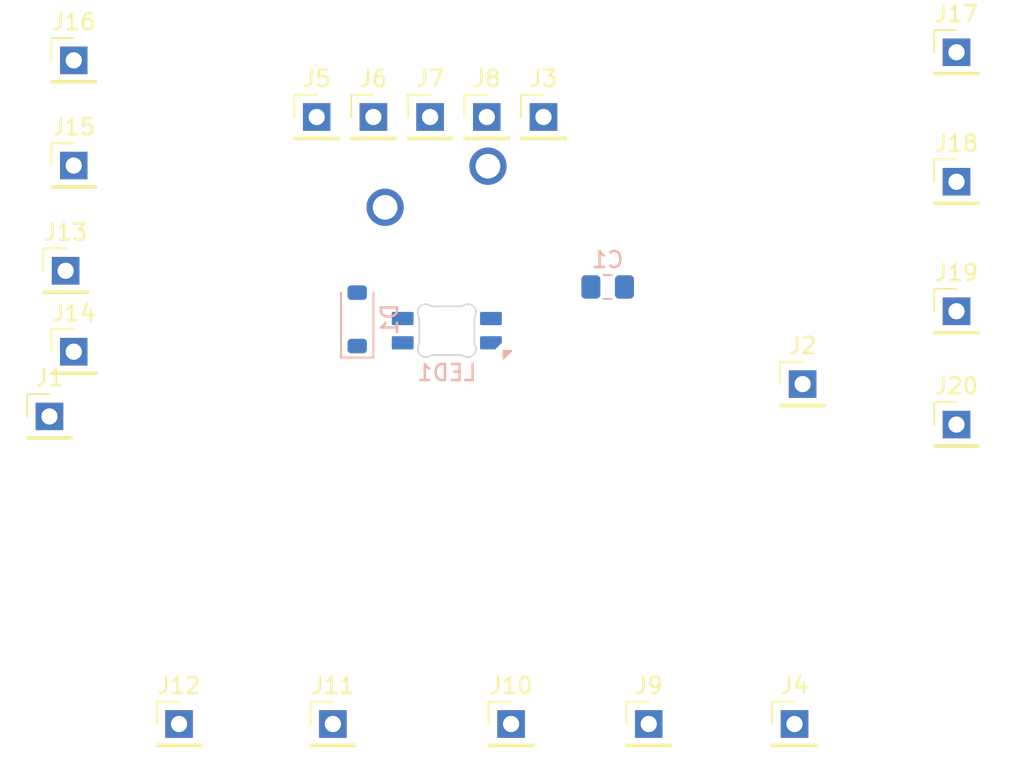
<source format=kicad_pcb>
(kicad_pcb (version 20241229) (generator "pcbnew") (generator_version "9.0")
  (layers (0 "F.Cu" signal) (2 "B.Cu" signal) (13 "F.Paste" user) (15 "B.Paste" user) (5 "F.SilkS" user "F.Silkscreen") (7 "B.SilkS" user "B.Silkscreen") (1 "F.Mask" user) (3 "B.Mask" user) (25 "Edge.Cuts" user))
  (net 0 "")
  (net 1 "GND")
  (net 2 "Net-(J12-Pin_1)")
  (net 3 "Net-(D1-K)")
  (net 4 "Net-(D1-A)")
  (net 5 "Net-(J3-Pin_1)")
  (net 6 "Net-(J10-Pin_1)")
  (net 7 "Net-(J11-Pin_1)")
  (footprint "Connector_PinHeader_2.54mm:PinHeader_1x01_P2.54mm_Vertical" (layer "F.Cu") (at 133.5 88.5)
    (property "Reference" "J6" (at 0 -2.38 0) (layer "F.SilkS"))
    (property "Value" "DIN top")
    (fp_line (start -1.38 -1.38) (end 0 -1.38) (stroke (width 0.12)) (layer "F.SilkS"))
    (fp_line (start -1.38 0) (end -1.38 -1.38) (stroke (width 0.12)) (layer "F.SilkS"))
    (fp_line (start -1.38 1.27) (end -1.38 1.38) (stroke (width 0.12)) (layer "F.SilkS"))
    (fp_line (start -1.38 1.27) (end 1.38 1.27) (stroke (width 0.12)) (layer "F.SilkS"))
    (fp_line (start -1.38 1.38) (end 1.38 1.38) (stroke (width 0.12)) (layer "F.SilkS"))
    (fp_line (start 1.38 1.27) (end 1.38 1.38) (stroke (width 0.12)) (layer "F.SilkS"))
    (pad "1" thru_hole rect (at 0 0) (size 1.7 1.7) (drill 1) (layers "*.Cu" "*.Mask") (net 6 "Net-(J10-Pin_1)"))
  )
  (footprint "Connector_PinHeader_2.54mm:PinHeader_1x01_P2.54mm_Vertical" (layer "F.Cu") (at 144 88.5)
    (property "Reference" "J3" (at 0 -2.38 0) (layer "F.SilkS"))
    (property "Value" "col top")
    (fp_line (start -1.38 -1.38) (end 0 -1.38) (stroke (width 0.12)) (layer "F.SilkS"))
    (fp_line (start -1.38 0) (end -1.38 -1.38) (stroke (width 0.12)) (layer "F.SilkS"))
    (fp_line (start -1.38 1.27) (end -1.38 1.38) (stroke (width 0.12)) (layer "F.SilkS"))
    (fp_line (start -1.38 1.27) (end 1.38 1.27) (stroke (width 0.12)) (layer "F.SilkS"))
    (fp_line (start -1.38 1.38) (end 1.38 1.38) (stroke (width 0.12)) (layer "F.SilkS"))
    (fp_line (start 1.38 1.27) (end 1.38 1.38) (stroke (width 0.12)) (layer "F.SilkS"))
    (pad "1" thru_hole rect (at 0 0) (size 1.7 1.7) (drill 1) (layers "*.Cu" "*.Mask") (net 5 "Net-(J3-Pin_1)"))
  )
  (footprint "Connector_PinHeader_2.54mm:PinHeader_1x01_P2.54mm_Vertical" (layer "F.Cu") (at 137 88.5)
    (property "Reference" "J7" (at 0 -2.38 0) (layer "F.SilkS"))
    (property "Value" "DOUT top")
    (fp_line (start -1.38 -1.38) (end 0 -1.38) (stroke (width 0.12)) (layer "F.SilkS"))
    (fp_line (start -1.38 0) (end -1.38 -1.38) (stroke (width 0.12)) (layer "F.SilkS"))
    (fp_line (start -1.38 1.27) (end -1.38 1.38) (stroke (width 0.12)) (layer "F.SilkS"))
    (fp_line (start -1.38 1.27) (end 1.38 1.27) (stroke (width 0.12)) (layer "F.SilkS"))
    (fp_line (start -1.38 1.38) (end 1.38 1.38) (stroke (width 0.12)) (layer "F.SilkS"))
    (fp_line (start 1.38 1.27) (end 1.38 1.38) (stroke (width 0.12)) (layer "F.SilkS"))
    (pad "1" thru_hole rect (at 0 0) (size 1.7 1.7) (drill 1) (layers "*.Cu" "*.Mask") (net 7 "Net-(J11-Pin_1)"))
  )
  (footprint "Connector_PinHeader_2.54mm:PinHeader_1x01_P2.54mm_Vertical" (layer "F.Cu") (at 169.5 100.5)
    (property "Reference" "J19" (at 0 -2.38 0) (layer "F.SilkS"))
    (property "Value" "DIN right")
    (fp_line (start -1.38 -1.38) (end 0 -1.38) (stroke (width 0.12)) (layer "F.SilkS"))
    (fp_line (start -1.38 0) (end -1.38 -1.38) (stroke (width 0.12)) (layer "F.SilkS"))
    (fp_line (start -1.38 1.27) (end -1.38 1.38) (stroke (width 0.12)) (layer "F.SilkS"))
    (fp_line (start -1.38 1.27) (end 1.38 1.27) (stroke (width 0.12)) (layer "F.SilkS"))
    (fp_line (start -1.38 1.38) (end 1.38 1.38) (stroke (width 0.12)) (layer "F.SilkS"))
    (fp_line (start 1.38 1.27) (end 1.38 1.38) (stroke (width 0.12)) (layer "F.SilkS"))
    (pad "1" thru_hole rect (at 0 0) (size 1.7 1.7) (drill 1) (layers "*.Cu" "*.Mask") (net 6 "Net-(J10-Pin_1)"))
  )
  (footprint "Connector_PinHeader_2.54mm:PinHeader_1x01_P2.54mm_Vertical" (layer "F.Cu") (at 169.5 92.5)
    (property "Reference" "J18" (at 0 -2.38 0) (layer "F.SilkS"))
    (property "Value" "DOUT right")
    (fp_line (start -1.38 -1.38) (end 0 -1.38) (stroke (width 0.12)) (layer "F.SilkS"))
    (fp_line (start -1.38 0) (end -1.38 -1.38) (stroke (width 0.12)) (layer "F.SilkS"))
    (fp_line (start -1.38 1.27) (end -1.38 1.38) (stroke (width 0.12)) (layer "F.SilkS"))
    (fp_line (start -1.38 1.27) (end 1.38 1.27) (stroke (width 0.12)) (layer "F.SilkS"))
    (fp_line (start -1.38 1.38) (end 1.38 1.38) (stroke (width 0.12)) (layer "F.SilkS"))
    (fp_line (start 1.38 1.27) (end 1.38 1.38) (stroke (width 0.12)) (layer "F.SilkS"))
    (pad "1" thru_hole rect (at 0 0) (size 1.7 1.7) (drill 1) (layers "*.Cu" "*.Mask") (net 7 "Net-(J11-Pin_1)"))
  )
  (footprint "Connector_PinHeader_2.54mm:PinHeader_1x01_P2.54mm_Vertical" (layer "F.Cu") (at 159.5 126)
    (property "Reference" "J4" (at 0 -2.38 0) (layer "F.SilkS"))
    (property "Value" "col bottom")
    (fp_line (start -1.38 -1.38) (end 0 -1.38) (stroke (width 0.12)) (layer "F.SilkS"))
    (fp_line (start -1.38 0) (end -1.38 -1.38) (stroke (width 0.12)) (layer "F.SilkS"))
    (fp_line (start -1.38 1.27) (end -1.38 1.38) (stroke (width 0.12)) (layer "F.SilkS"))
    (fp_line (start -1.38 1.27) (end 1.38 1.27) (stroke (width 0.12)) (layer "F.SilkS"))
    (fp_line (start -1.38 1.38) (end 1.38 1.38) (stroke (width 0.12)) (layer "F.SilkS"))
    (fp_line (start 1.38 1.27) (end 1.38 1.38) (stroke (width 0.12)) (layer "F.SilkS"))
    (pad "1" thru_hole rect (at 0 0) (size 1.7 1.7) (drill 1) (layers "*.Cu" "*.Mask") (net 5 "Net-(J3-Pin_1)"))
  )
  (footprint "Connector_PinHeader_2.54mm:PinHeader_1x01_P2.54mm_Vertical" (layer "F.Cu") (at 131 126)
    (property "Reference" "J11" (at 0 -2.38 0) (layer "F.SilkS"))
    (property "Value" "DOUT bottom")
    (fp_line (start -1.38 -1.38) (end 0 -1.38) (stroke (width 0.12)) (layer "F.SilkS"))
    (fp_line (start -1.38 0) (end -1.38 -1.38) (stroke (width 0.12)) (layer "F.SilkS"))
    (fp_line (start -1.38 1.27) (end -1.38 1.38) (stroke (width 0.12)) (layer "F.SilkS"))
    (fp_line (start -1.38 1.27) (end 1.38 1.27) (stroke (width 0.12)) (layer "F.SilkS"))
    (fp_line (start -1.38 1.38) (end 1.38 1.38) (stroke (width 0.12)) (layer "F.SilkS"))
    (fp_line (start 1.38 1.27) (end 1.38 1.38) (stroke (width 0.12)) (layer "F.SilkS"))
    (pad "1" thru_hole rect (at 0 0) (size 1.7 1.7) (drill 1) (layers "*.Cu" "*.Mask") (net 7 "Net-(J11-Pin_1)"))
  )
  (footprint "Connector_PinHeader_2.54mm:PinHeader_1x01_P2.54mm_Vertical" (layer "F.Cu") (at 130 88.5)
    (property "Reference" "J5" (at 0 -2.38 0) (layer "F.SilkS"))
    (property "Value" "VDD top")
    (fp_line (start -1.38 -1.38) (end 0 -1.38) (stroke (width 0.12)) (layer "F.SilkS"))
    (fp_line (start -1.38 0) (end -1.38 -1.38) (stroke (width 0.12)) (layer "F.SilkS"))
    (fp_line (start -1.38 1.27) (end -1.38 1.38) (stroke (width 0.12)) (layer "F.SilkS"))
    (fp_line (start -1.38 1.27) (end 1.38 1.27) (stroke (width 0.12)) (layer "F.SilkS"))
    (fp_line (start -1.38 1.38) (end 1.38 1.38) (stroke (width 0.12)) (layer "F.SilkS"))
    (fp_line (start 1.38 1.27) (end 1.38 1.38) (stroke (width 0.12)) (layer "F.SilkS"))
    (pad "1" thru_hole rect (at 0 0) (size 1.7 1.7) (drill 1) (layers "*.Cu" "*.Mask") (net 2 "Net-(J12-Pin_1)"))
  )
  (footprint "Connector_PinHeader_2.54mm:PinHeader_1x01_P2.54mm_Vertical" (layer "F.Cu") (at 140.5 88.5)
    (property "Reference" "J8" (at 0 -2.38 0) (layer "F.SilkS"))
    (property "Value" "VSS top")
    (fp_line (start -1.38 -1.38) (end 0 -1.38) (stroke (width 0.12)) (layer "F.SilkS"))
    (fp_line (start -1.38 0) (end -1.38 -1.38) (stroke (width 0.12)) (layer "F.SilkS"))
    (fp_line (start -1.38 1.27) (end -1.38 1.38) (stroke (width 0.12)) (layer "F.SilkS"))
    (fp_line (start -1.38 1.27) (end 1.38 1.27) (stroke (width 0.12)) (layer "F.SilkS"))
    (fp_line (start -1.38 1.38) (end 1.38 1.38) (stroke (width 0.12)) (layer "F.SilkS"))
    (fp_line (start 1.38 1.27) (end 1.38 1.38) (stroke (width 0.12)) (layer "F.SilkS"))
    (pad "1" thru_hole rect (at 0 0) (size 1.7 1.7) (drill 1) (layers "*.Cu" "*.Mask") (net 1 "GND"))
  )
  (footprint "PCM_marbastlib-mx:SW_MX_1u" (layer "F.Cu") (at 138.0325 96.62)
    (property "Reference" "MX1" (hide yes))
    (property "Value" "MX_SW_solder" (hide yes))
    (pad "" np_thru_hole circle (at -5.08 0) (size 1.75 1.75) (drill 1.75) (layers "*.Cu" "*.Mask"))
    (pad "" np_thru_hole circle (at 0 0) (size 3.9878 3.9878) (drill 3.9878) (layers "*.Cu" "*.Mask"))
    (pad "" np_thru_hole circle (at 5.08 0) (size 1.75 1.75) (drill 1.75) (layers "*.Cu" "*.Mask"))
    (pad "1" thru_hole circle (at -3.81 -2.54) (size 2.3 2.3) (drill 1.524) (layers "*.Cu" "B.Mask") (net 4 "Net-(D1-A)"))
    (pad "2" thru_hole circle (at 2.54 -5.08) (size 2.3 2.3) (drill 1.524) (layers "*.Cu" "B.Mask") (net 5 "Net-(J3-Pin_1)"))
  )
  (footprint "Connector_PinHeader_2.54mm:PinHeader_1x01_P2.54mm_Vertical" (layer "F.Cu") (at 113.5 107)
    (property "Reference" "J1" (at 0 -2.38 0) (layer "F.SilkS"))
    (property "Value" "row left")
    (fp_line (start -1.38 -1.38) (end 0 -1.38) (stroke (width 0.12)) (layer "F.SilkS"))
    (fp_line (start -1.38 0) (end -1.38 -1.38) (stroke (width 0.12)) (layer "F.SilkS"))
    (fp_line (start -1.38 1.27) (end -1.38 1.38) (stroke (width 0.12)) (layer "F.SilkS"))
    (fp_line (start -1.38 1.27) (end 1.38 1.27) (stroke (width 0.12)) (layer "F.SilkS"))
    (fp_line (start -1.38 1.38) (end 1.38 1.38) (stroke (width 0.12)) (layer "F.SilkS"))
    (fp_line (start 1.38 1.27) (end 1.38 1.38) (stroke (width 0.12)) (layer "F.SilkS"))
    (pad "1" thru_hole rect (at 0 0) (size 1.7 1.7) (drill 1) (layers "*.Cu" "*.Mask") (net 3 "Net-(D1-K)"))
  )
  (footprint "Connector_PinHeader_2.54mm:PinHeader_1x01_P2.54mm_Vertical" (layer "F.Cu") (at 115 85)
    (property "Reference" "J16" (at 0 -2.38 0) (layer "F.SilkS"))
    (property "Value" "VDD left")
    (fp_line (start -1.38 -1.38) (end 0 -1.38) (stroke (width 0.12)) (layer "F.SilkS"))
    (fp_line (start -1.38 0) (end -1.38 -1.38) (stroke (width 0.12)) (layer "F.SilkS"))
    (fp_line (start -1.38 1.27) (end -1.38 1.38) (stroke (width 0.12)) (layer "F.SilkS"))
    (fp_line (start -1.38 1.27) (end 1.38 1.27) (stroke (width 0.12)) (layer "F.SilkS"))
    (fp_line (start -1.38 1.38) (end 1.38 1.38) (stroke (width 0.12)) (layer "F.SilkS"))
    (fp_line (start 1.38 1.27) (end 1.38 1.38) (stroke (width 0.12)) (layer "F.SilkS"))
    (pad "1" thru_hole rect (at 0 0) (size 1.7 1.7) (drill 1) (layers "*.Cu" "*.Mask") (net 2 "Net-(J12-Pin_1)"))
  )
  (footprint "Connector_PinHeader_2.54mm:PinHeader_1x01_P2.54mm_Vertical" (layer "F.Cu") (at 121.5 126)
    (property "Reference" "J12" (at 0 -2.38 0) (layer "F.SilkS"))
    (property "Value" "VDD bottom")
    (fp_line (start -1.38 -1.38) (end 0 -1.38) (stroke (width 0.12)) (layer "F.SilkS"))
    (fp_line (start -1.38 0) (end -1.38 -1.38) (stroke (width 0.12)) (layer "F.SilkS"))
    (fp_line (start -1.38 1.27) (end -1.38 1.38) (stroke (width 0.12)) (layer "F.SilkS"))
    (fp_line (start -1.38 1.27) (end 1.38 1.27) (stroke (width 0.12)) (layer "F.SilkS"))
    (fp_line (start -1.38 1.38) (end 1.38 1.38) (stroke (width 0.12)) (layer "F.SilkS"))
    (fp_line (start 1.38 1.27) (end 1.38 1.38) (stroke (width 0.12)) (layer "F.SilkS"))
    (pad "1" thru_hole rect (at 0 0) (size 1.7 1.7) (drill 1) (layers "*.Cu" "*.Mask") (net 2 "Net-(J12-Pin_1)"))
  )
  (footprint "Connector_PinHeader_2.54mm:PinHeader_1x01_P2.54mm_Vertical" (layer "F.Cu") (at 115 91.5)
    (property "Reference" "J15" (at 0 -2.38 0) (layer "F.SilkS"))
    (property "Value" "DIN left")
    (fp_line (start -1.38 -1.38) (end 0 -1.38) (stroke (width 0.12)) (layer "F.SilkS"))
    (fp_line (start -1.38 0) (end -1.38 -1.38) (stroke (width 0.12)) (layer "F.SilkS"))
    (fp_line (start -1.38 1.27) (end -1.38 1.38) (stroke (width 0.12)) (layer "F.SilkS"))
    (fp_line (start -1.38 1.27) (end 1.38 1.27) (stroke (width 0.12)) (layer "F.SilkS"))
    (fp_line (start -1.38 1.38) (end 1.38 1.38) (stroke (width 0.12)) (layer "F.SilkS"))
    (fp_line (start 1.38 1.27) (end 1.38 1.38) (stroke (width 0.12)) (layer "F.SilkS"))
    (pad "1" thru_hole rect (at 0 0) (size 1.7 1.7) (drill 1) (layers "*.Cu" "*.Mask") (net 6 "Net-(J10-Pin_1)"))
  )
  (footprint "Connector_PinHeader_2.54mm:PinHeader_1x01_P2.54mm_Vertical" (layer "F.Cu") (at 142 126)
    (property "Reference" "J10" (at 0 -2.38 0) (layer "F.SilkS"))
    (property "Value" "DIN bottom")
    (fp_line (start -1.38 -1.38) (end 0 -1.38) (stroke (width 0.12)) (layer "F.SilkS"))
    (fp_line (start -1.38 0) (end -1.38 -1.38) (stroke (width 0.12)) (layer "F.SilkS"))
    (fp_line (start -1.38 1.27) (end -1.38 1.38) (stroke (width 0.12)) (layer "F.SilkS"))
    (fp_line (start -1.38 1.27) (end 1.38 1.27) (stroke (width 0.12)) (layer "F.SilkS"))
    (fp_line (start -1.38 1.38) (end 1.38 1.38) (stroke (width 0.12)) (layer "F.SilkS"))
    (fp_line (start 1.38 1.27) (end 1.38 1.38) (stroke (width 0.12)) (layer "F.SilkS"))
    (pad "1" thru_hole rect (at 0 0) (size 1.7 1.7) (drill 1) (layers "*.Cu" "*.Mask") (net 6 "Net-(J10-Pin_1)"))
  )
  (footprint "Connector_PinHeader_2.54mm:PinHeader_1x01_P2.54mm_Vertical" (layer "F.Cu") (at 160 105)
    (property "Reference" "J2" (at 0 -2.38 0) (layer "F.SilkS"))
    (property "Value" "row right")
    (fp_line (start -1.38 -1.38) (end 0 -1.38) (stroke (width 0.12)) (layer "F.SilkS"))
    (fp_line (start -1.38 0) (end -1.38 -1.38) (stroke (width 0.12)) (layer "F.SilkS"))
    (fp_line (start -1.38 1.27) (end -1.38 1.38) (stroke (width 0.12)) (layer "F.SilkS"))
    (fp_line (start -1.38 1.27) (end 1.38 1.27) (stroke (width 0.12)) (layer "F.SilkS"))
    (fp_line (start -1.38 1.38) (end 1.38 1.38) (stroke (width 0.12)) (layer "F.SilkS"))
    (fp_line (start 1.38 1.27) (end 1.38 1.38) (stroke (width 0.12)) (layer "F.SilkS"))
    (pad "1" thru_hole rect (at 0 0) (size 1.7 1.7) (drill 1) (layers "*.Cu" "*.Mask") (net 3 "Net-(D1-K)"))
  )
  (footprint "Connector_PinHeader_2.54mm:PinHeader_1x01_P2.54mm_Vertical" (layer "F.Cu") (at 115 103)
    (property "Reference" "J14" (at 0 -2.38 0) (layer "F.SilkS"))
    (property "Value" "DOUT left")
    (fp_line (start -1.38 -1.38) (end 0 -1.38) (stroke (width 0.12)) (layer "F.SilkS"))
    (fp_line (start -1.38 0) (end -1.38 -1.38) (stroke (width 0.12)) (layer "F.SilkS"))
    (fp_line (start -1.38 1.27) (end -1.38 1.38) (stroke (width 0.12)) (layer "F.SilkS"))
    (fp_line (start -1.38 1.27) (end 1.38 1.27) (stroke (width 0.12)) (layer "F.SilkS"))
    (fp_line (start -1.38 1.38) (end 1.38 1.38) (stroke (width 0.12)) (layer "F.SilkS"))
    (fp_line (start 1.38 1.27) (end 1.38 1.38) (stroke (width 0.12)) (layer "F.SilkS"))
    (pad "1" thru_hole rect (at 0 0) (size 1.7 1.7) (drill 1) (layers "*.Cu" "*.Mask") (net 7 "Net-(J11-Pin_1)"))
  )
  (footprint "Connector_PinHeader_2.54mm:PinHeader_1x01_P2.54mm_Vertical" (layer "F.Cu") (at 169.5 84.5)
    (property "Reference" "J17" (at 0 -2.38 0) (layer "F.SilkS"))
    (property "Value" "VDD right")
    (fp_line (start -1.38 -1.38) (end 0 -1.38) (stroke (width 0.12)) (layer "F.SilkS"))
    (fp_line (start -1.38 0) (end -1.38 -1.38) (stroke (width 0.12)) (layer "F.SilkS"))
    (fp_line (start -1.38 1.27) (end -1.38 1.38) (stroke (width 0.12)) (layer "F.SilkS"))
    (fp_line (start -1.38 1.27) (end 1.38 1.27) (stroke (width 0.12)) (layer "F.SilkS"))
    (fp_line (start -1.38 1.38) (end 1.38 1.38) (stroke (width 0.12)) (layer "F.SilkS"))
    (fp_line (start 1.38 1.27) (end 1.38 1.38) (stroke (width 0.12)) (layer "F.SilkS"))
    (pad "1" thru_hole rect (at 0 0) (size 1.7 1.7) (drill 1) (layers "*.Cu" "*.Mask") (net 2 "Net-(J12-Pin_1)"))
  )
  (footprint "Connector_PinHeader_2.54mm:PinHeader_1x01_P2.54mm_Vertical" (layer "F.Cu") (at 150.5 126)
    (property "Reference" "J9" (at 0 -2.38 0) (layer "F.SilkS"))
    (property "Value" "VSS bottom")
    (fp_line (start -1.38 -1.38) (end 0 -1.38) (stroke (width 0.12)) (layer "F.SilkS"))
    (fp_line (start -1.38 0) (end -1.38 -1.38) (stroke (width 0.12)) (layer "F.SilkS"))
    (fp_line (start -1.38 1.27) (end -1.38 1.38) (stroke (width 0.12)) (layer "F.SilkS"))
    (fp_line (start -1.38 1.27) (end 1.38 1.27) (stroke (width 0.12)) (layer "F.SilkS"))
    (fp_line (start -1.38 1.38) (end 1.38 1.38) (stroke (width 0.12)) (layer "F.SilkS"))
    (fp_line (start 1.38 1.27) (end 1.38 1.38) (stroke (width 0.12)) (layer "F.SilkS"))
    (pad "1" thru_hole rect (at 0 0) (size 1.7 1.7) (drill 1) (layers "*.Cu" "*.Mask") (net 1 "GND"))
  )
  (footprint "Connector_PinHeader_2.54mm:PinHeader_1x01_P2.54mm_Vertical" (layer "F.Cu") (at 114.5 98)
    (property "Reference" "J13" (at 0 -2.38 0) (layer "F.SilkS"))
    (property "Value" "VSS left")
    (fp_line (start -1.38 -1.38) (end 0 -1.38) (stroke (width 0.12)) (layer "F.SilkS"))
    (fp_line (start -1.38 0) (end -1.38 -1.38) (stroke (width 0.12)) (layer "F.SilkS"))
    (fp_line (start -1.38 1.27) (end -1.38 1.38) (stroke (width 0.12)) (layer "F.SilkS"))
    (fp_line (start -1.38 1.27) (end 1.38 1.27) (stroke (width 0.12)) (layer "F.SilkS"))
    (fp_line (start -1.38 1.38) (end 1.38 1.38) (stroke (width 0.12)) (layer "F.SilkS"))
    (fp_line (start 1.38 1.27) (end 1.38 1.38) (stroke (width 0.12)) (layer "F.SilkS"))
    (pad "1" thru_hole rect (at 0 0) (size 1.7 1.7) (drill 1) (layers "*.Cu" "*.Mask") (net 1 "GND"))
  )
  (footprint "Connector_PinHeader_2.54mm:PinHeader_1x01_P2.54mm_Vertical" (layer "F.Cu") (at 169.5 107.5)
    (property "Reference" "J20" (at 0 -2.38 0) (layer "F.SilkS"))
    (property "Value" "VSS right")
    (fp_line (start -1.38 -1.38) (end 0 -1.38) (stroke (width 0.12)) (layer "F.SilkS"))
    (fp_line (start -1.38 0) (end -1.38 -1.38) (stroke (width 0.12)) (layer "F.SilkS"))
    (fp_line (start -1.38 1.27) (end -1.38 1.38) (stroke (width 0.12)) (layer "F.SilkS"))
    (fp_line (start -1.38 1.27) (end 1.38 1.27) (stroke (width 0.12)) (layer "F.SilkS"))
    (fp_line (start -1.38 1.38) (end 1.38 1.38) (stroke (width 0.12)) (layer "F.SilkS"))
    (fp_line (start 1.38 1.27) (end 1.38 1.38) (stroke (width 0.12)) (layer "F.SilkS"))
    (pad "1" thru_hole rect (at 0 0) (size 1.7 1.7) (drill 1) (layers "*.Cu" "*.Mask") (net 1 "GND"))
  )
  (footprint "PCM_marbastlib-mx:LED_MX_6028R" (layer "B.Cu") (at 138.0325 101.7 180)
    (property "Reference" "LED1" (at 0 -2.6 0) (layer "B.SilkS") (effects (justify mirror)))
    (property "Value" "MX_SK6812MINI-E" (hide yes))
    (fp_poly (pts (xy -3.5 -1.25) (xy -3.5 -1.73) (xy -3.98 -1.25) (xy -3.5 -1.25)) (stroke (width 0.12)) (fill yes) (layer "B.SilkS"))
    (fp_line (start 1.699999 -0.702841) (end 1.699999 0.702843) (stroke (width 0.1)) (layer "Edge.Cuts"))
    (fp_line (start 0.794452 1.5) (end -0.794453 1.5) (stroke (width 0.1)) (layer "Edge.Cuts"))
    (fp_line (start -0.794452 -1.499999) (end 0.794452 -1.499999) (stroke (width 0.1)) (layer "Edge.Cuts"))
    (fp_line (start -1.699999 0.702843) (end -1.699999 -0.702841) (stroke (width 0.1)) (layer "Edge.Cuts"))
    (fp_arc (start 1.749484 0.919721) (mid 1.712526 0.814069) (end 1.699999 0.702843) (stroke (width 0.1)) (layer "Edge.Cuts"))
    (fp_arc (start 1.749484 0.919721) (mid 1.638072 1.504036) (end 1.046711 1.5683) (stroke (width 0.1)) (layer "Edge.Cuts"))
    (fp_arc (start 1.699999 -0.702842) (mid 1.712536 -0.814064) (end 1.749484 -0.919719) (stroke (width 0.1)) (layer "Edge.Cuts"))
    (fp_arc (start 1.046711 -1.568296) (mid 1.63807 -1.504033) (end 1.749484 -0.919719) (stroke (width 0.1)) (layer "Edge.Cuts"))
    (fp_arc (start 1.04671 -1.568298) (mid 0.925122 -1.517376) (end 0.794452 -1.499999) (stroke (width 0.1)) (layer "Edge.Cuts"))
    (fp_arc (start 0.794453 1.500001) (mid 0.925123 1.517378) (end 1.046711 1.5683) (stroke (width 0.1)) (layer "Edge.Cuts"))
    (fp_arc (start -0.794452 -1.499999) (mid -0.925123 -1.517376) (end -1.046711 -1.568298) (stroke (width 0.1)) (layer "Edge.Cuts"))
    (fp_arc (start -1.046711 1.568299) (mid -0.925123 1.517377) (end -0.794453 1.5) (stroke (width 0.1)) (layer "Edge.Cuts"))
    (fp_arc (start -1.046711 1.568299) (mid -1.63807 1.504035) (end -1.749484 0.919721) (stroke (width 0.1)) (layer "Edge.Cuts"))
    (fp_arc (start -1.699999 0.702844) (mid -1.712527 0.814069) (end -1.749484 0.919721) (stroke (width 0.1)) (layer "Edge.Cuts"))
    (fp_arc (start -1.749484 -0.919718) (mid -1.638072 -1.504034) (end -1.046711 -1.568298) (stroke (width 0.1)) (layer "Edge.Cuts"))
    (fp_arc (start -1.749484 -0.919719) (mid -1.712527 -0.814067) (end -1.699999 -0.702841) (stroke (width 0.1)) (layer "Edge.Cuts"))
    (pad "1" smd roundrect (at 2.725 0.75 90) (size 0.82 1.35) (layers "B.Cu" "B.Mask" "B.Paste") (roundrect_rratio 0.1) (net 2 "Net-(J12-Pin_1)"))
    (pad "2" smd roundrect (at 2.725 -0.75 90) (size 0.82 1.35) (layers "B.Cu" "B.Mask" "B.Paste") (roundrect_rratio 0.1) (net 7 "Net-(J11-Pin_1)"))
    (pad "3" smd roundrect (at -2.725 0.75 90) (size 0.82 1.35) (layers "B.Cu" "B.Mask" "B.Paste") (roundrect_rratio 0.1) (net 6 "Net-(J10-Pin_1)"))
    (pad "4" smd roundrect (at -2.725 -0.75 90) (size 0.82 1.35) (layers "B.Cu" "B.Mask" "B.Paste") (roundrect_rratio 0.1) (chamfer_ratio 0.5) (chamfer bottom_left) (net 1 "GND"))
  )
  (footprint "Capacitor_SMD:C_0805_2012Metric_Pad1.18x1.45mm_HandSolder" (layer "B.Cu") (at 147.9625 99 180)
    (property "Reference" "C1" (at 0 1.68 0) (layer "B.SilkS") (effects (justify mirror)))
    (property "Value" "C")
    (fp_line (start -0.261252 0.735) (end 0.261252 0.735) (stroke (width 0.12)) (layer "B.SilkS"))
    (fp_line (start -0.261252 -0.735) (end 0.261252 -0.735) (stroke (width 0.12)) (layer "B.SilkS"))
    (pad "1" smd roundrect (at -1.0375 0 180) (size 1.175 1.45) (layers "B.Cu" "B.Mask" "B.Paste") (roundrect_rratio 0.212766) (net 1 "GND"))
    (pad "2" smd roundrect (at 1.0375 0 180) (size 1.175 1.45) (layers "B.Cu" "B.Mask" "B.Paste") (roundrect_rratio 0.212766) (net 2 "Net-(J12-Pin_1)"))
  )
  (footprint "Diode_SMD:D_SOD-123" (layer "B.Cu") (at 132.5 101 90)
    (property "Reference" "D1" (at 0 2 90) (layer "B.SilkS") (effects (justify mirror)))
    (property "Value" "1N4148W")
    (fp_line (start -2.36 -1) (end 1.65 -1) (stroke (width 0.12)) (layer "B.SilkS"))
    (fp_line (start -2.36 1) (end -2.36 -1) (stroke (width 0.12)) (layer "B.SilkS"))
    (fp_line (start -2.36 1) (end 1.65 1) (stroke (width 0.12)) (layer "B.SilkS"))
    (pad "1" smd roundrect (at -1.65 0 90) (size 0.9 1.2) (layers "B.Cu" "B.Mask" "B.Paste") (net 3 "Net-(D1-K)"))
    (pad "2" smd roundrect (at 1.65 0 90) (size 0.9 1.2) (layers "B.Cu" "B.Mask" "B.Paste") (net 4 "Net-(D1-A)"))
  )
)
</source>
